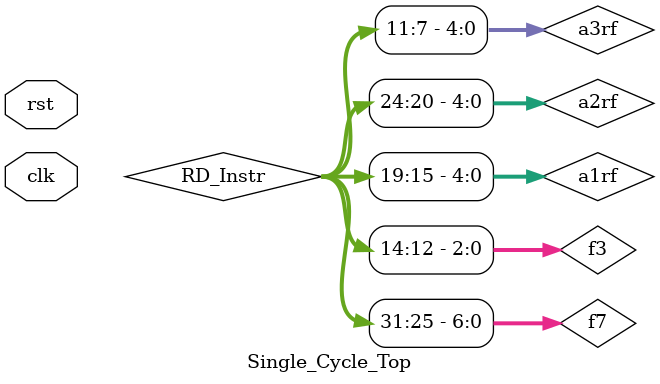
<source format=v>
module Single_Cycle_Top(clk,rst);

    input clk,rst;

    wire [31:0] PC_Top,RD_Instr,RD1_Top,Imm_Ext_Top,ALUResult,ReadData,PCPlus4,RD2_Top,SrcB,Result;
    wire RegWrite,MemWrite,ALUSrc,ResultSrc;
    wire [1:0]ImmSrc;
    wire [2:0]ALUControl_Top;

    PC_Module PC(
        .clk(clk),
        .rst(rst),
        .PC(PC_Top),
        .PC_Next(PCPlus4)
    );

    PC_Adder PC_Adder(
                    .a(PC_Top),
                    .b(32'd4),
                    .c(PCPlus4)
    );
    
    Instruction_Memory Instruction_Memory(
                            .rst(rst),
                            .A(PC_Top),
                            .RD(RD_Instr)
    );
     
  wire [4:0] a3rf = RD_Instr[11:7];
  wire [4:0] a2rf = RD_Instr[24:20];
  wire [4:0] a1rf = RD_Instr[19:15];
   
    Register_File Register_File(
                            .clk(clk),
                            .rst(rst),
                            .WE3(RegWrite),
                            .WD3(Result),
                            .A1(a1rf),
                            
                            .A2(a2rf),
                            .A3(a3rf),

                            .RD1(RD1_Top),
                            .RD2(RD2_Top)
    );

    Sign_Extend Sign_Extend(
                        .In(RD_Instr),
                        .ImmSrc(ImmSrc[0]),
                        .Imm_Ext(Imm_Ext_Top)
    );

    Mux Mux_Register_to_ALU(
                            .a(RD2_Top),
                            .b(Imm_Ext_Top),
                            .s(ALUSrc),
                            .c(SrcB)
    );

    ALU ALU(
            .A(RD1_Top),
            .B(SrcB),
            .Result(ALUResult),
            .ALUControl(ALUControl_Top),
            .OverFlow(),
            .Carry(),
            .Zero(),
            .Negative()
    );
    wire [2:0]f3 = RD_Instr[14:12];
    wire [6:0]f7 = RD_Instr[31:25];
    
    Control_Unit_Top Control_Unit_Top(
                            .Op(RD_Instr[6:0]),
                            .RegWrite(RegWrite),
                            .ImmSrc(ImmSrc),
                            .ALUSrc(ALUSrc),
                            .MemWrite(MemWrite),
                            .ResultSrc(ResultSrc),
                            .Branch(),
                            .funct3(f3),
                            .funct7(f7),
                            .ALUControl(ALUControl_Top)
    );

    Data_Memory Data_Memory(
                        .clk(clk),
                        .rst(rst),
                        .WE(MemWrite),
                        .WD(RD2_Top),
                        .A(ALUResult),
                        .RD(ReadData)
    );

    Mux Mux_DataMemory_to_Register(
                            .a(ALUResult),
                            .b(ReadData),
                            .s(ResultSrc),
                            .c(Result)
    );

endmodule
</source>
